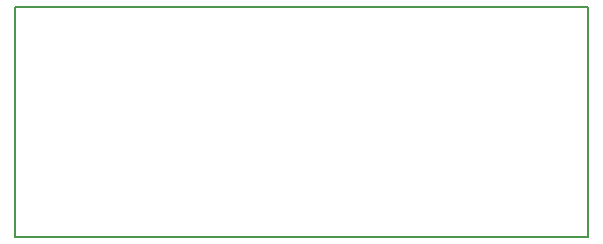
<source format=gbr>
G04 #@! TF.GenerationSoftware,KiCad,Pcbnew,5.99.0-unknown-13d3f57~88~ubuntu18.04.1*
G04 #@! TF.CreationDate,2020-04-02T10:06:32+03:00*
G04 #@! TF.ProjectId,adapter-por,61646170-7465-4722-9d70-6f722e6b6963,rev?*
G04 #@! TF.SameCoordinates,Original*
G04 #@! TF.FileFunction,Profile,NP*
%FSLAX46Y46*%
G04 Gerber Fmt 4.6, Leading zero omitted, Abs format (unit mm)*
G04 Created by KiCad (PCBNEW 5.99.0-unknown-13d3f57~88~ubuntu18.04.1) date 2020-04-02 10:06:32*
%MOMM*%
%LPD*%
G01*
G04 APERTURE LIST*
G04 #@! TA.AperFunction,Profile*
%ADD10C,0.150000*%
G04 #@! TD*
G04 APERTURE END LIST*
D10*
X50000000Y-59500000D02*
X50000000Y-40000000D01*
X98500000Y-59500000D02*
X50000000Y-59500000D01*
X98500000Y-40000000D02*
X98500000Y-59500000D01*
X50000000Y-40000000D02*
X98500000Y-40000000D01*
M02*

</source>
